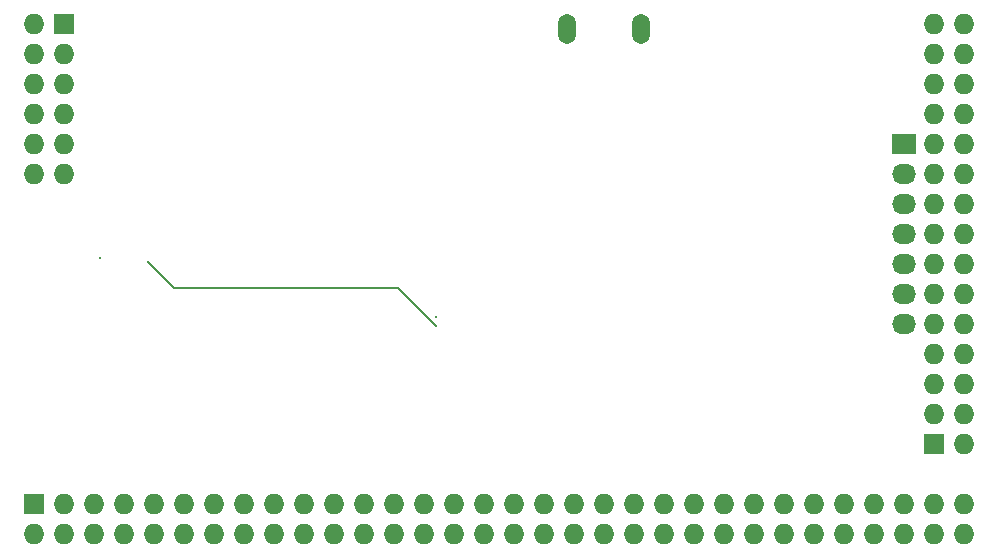
<source format=gbr>
G04 #@! TF.FileFunction,Copper,L3,Inr,Signal*
%FSLAX46Y46*%
G04 Gerber Fmt 4.6, Leading zero omitted, Abs format (unit mm)*
G04 Created by KiCad (PCBNEW 4.0.5+dfsg1-4) date Mon Mar 27 14:18:35 2017*
%MOMM*%
%LPD*%
G01*
G04 APERTURE LIST*
%ADD10C,0.100000*%
%ADD11O,1.500000X2.550000*%
%ADD12R,1.727200X1.727200*%
%ADD13O,1.727200X1.727200*%
%ADD14R,2.032000X1.727200*%
%ADD15O,2.032000X1.727200*%
%ADD16C,0.330000*%
%ADD17C,0.200000*%
G04 APERTURE END LIST*
D10*
D11*
X141800000Y-64390000D03*
X148000000Y-64390000D03*
D12*
X96640000Y-104600000D03*
D13*
X96640000Y-107140000D03*
X99180000Y-104600000D03*
X99180000Y-107140000D03*
X101720000Y-104600000D03*
X101720000Y-107140000D03*
X104260000Y-104600000D03*
X104260000Y-107140000D03*
X106800000Y-104600000D03*
X106800000Y-107140000D03*
X109340000Y-104600000D03*
X109340000Y-107140000D03*
X111880000Y-104600000D03*
X111880000Y-107140000D03*
X114420000Y-104600000D03*
X114420000Y-107140000D03*
X116960000Y-104600000D03*
X116960000Y-107140000D03*
X119500000Y-104600000D03*
X119500000Y-107140000D03*
X122040000Y-104600000D03*
X122040000Y-107140000D03*
X124580000Y-104600000D03*
X124580000Y-107140000D03*
X127120000Y-104600000D03*
X127120000Y-107140000D03*
X129660000Y-104600000D03*
X129660000Y-107140000D03*
X132200000Y-104600000D03*
X132200000Y-107140000D03*
X134740000Y-104600000D03*
X134740000Y-107140000D03*
X137280000Y-104600000D03*
X137280000Y-107140000D03*
X139820000Y-104600000D03*
X139820000Y-107140000D03*
X142360000Y-104600000D03*
X142360000Y-107140000D03*
X144900000Y-104600000D03*
X144900000Y-107140000D03*
X147440000Y-104600000D03*
X147440000Y-107140000D03*
X149980000Y-104600000D03*
X149980000Y-107140000D03*
X152520000Y-104600000D03*
X152520000Y-107140000D03*
X155060000Y-104600000D03*
X155060000Y-107140000D03*
X157600000Y-104600000D03*
X157600000Y-107140000D03*
X160140000Y-104600000D03*
X160140000Y-107140000D03*
X162680000Y-104600000D03*
X162680000Y-107140000D03*
X165220000Y-104600000D03*
X165220000Y-107140000D03*
X167760000Y-104600000D03*
X167760000Y-107140000D03*
X170300000Y-104600000D03*
X170300000Y-107140000D03*
X172840000Y-104600000D03*
X172840000Y-107140000D03*
X175380000Y-104600000D03*
X175380000Y-107140000D03*
D12*
X172840000Y-99520000D03*
D13*
X175380000Y-99520000D03*
X172840000Y-96980000D03*
X175380000Y-96980000D03*
X172840000Y-94440000D03*
X175380000Y-94440000D03*
X172840000Y-91900000D03*
X175380000Y-91900000D03*
X172840000Y-89360000D03*
X175380000Y-89360000D03*
X172840000Y-86820000D03*
X175380000Y-86820000D03*
X172840000Y-84280000D03*
X175380000Y-84280000D03*
X172840000Y-81740000D03*
X175380000Y-81740000D03*
X172840000Y-79200000D03*
X175380000Y-79200000D03*
X172840000Y-76660000D03*
X175380000Y-76660000D03*
X172840000Y-74120000D03*
X175380000Y-74120000D03*
X172840000Y-71580000D03*
X175380000Y-71580000D03*
X172840000Y-69040000D03*
X175380000Y-69040000D03*
X172840000Y-66500000D03*
X175380000Y-66500000D03*
X172840000Y-63960000D03*
X175380000Y-63960000D03*
D12*
X99180000Y-63960000D03*
D13*
X96640000Y-63960000D03*
X99180000Y-66500000D03*
X96640000Y-66500000D03*
X99180000Y-69040000D03*
X96640000Y-69040000D03*
X99180000Y-71580000D03*
X96640000Y-71580000D03*
X99180000Y-74120000D03*
X96640000Y-74120000D03*
X99180000Y-76660000D03*
X96640000Y-76660000D03*
D14*
X170300000Y-74120000D03*
D15*
X170300000Y-76660000D03*
X170300000Y-79200000D03*
X170300000Y-81740000D03*
X170300000Y-84280000D03*
X170300000Y-86820000D03*
X170300000Y-89360000D03*
D16*
X102260000Y-83780000D03*
X130680000Y-88800000D03*
X106260000Y-84180000D03*
X130680000Y-89600000D03*
D17*
X106260000Y-84180000D02*
X108460000Y-86380000D01*
X108460000Y-86380000D02*
X127460000Y-86380000D01*
X127460000Y-86380000D02*
X130680000Y-89600000D01*
M02*

</source>
